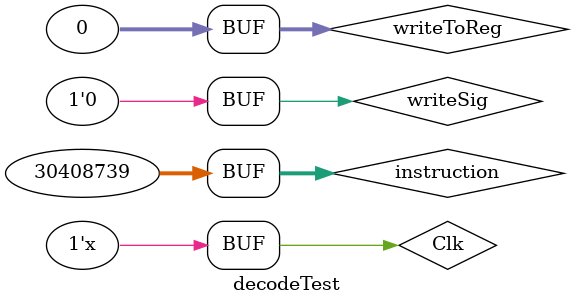
<source format=v>
`timescale 1ns / 1ps


module decodeTest;

	// Inputs
	reg [31:0] instruction;
	reg [31:0] writeToReg;
	reg Clk;
	reg writeSig;

	// Outputs
	wire [31:0] signExtend;
	wire [31:0] register1;
	wire [31:0] register2;
	wire [11:0] controlUnitSig;
	wire [4:0] rd;
	wire [4:0] rt;
	wire [5:0] funcBits;

	// Instantiate the Unit Under Test (UUT)
	decodeState uut (
		.instruction(instruction), 
		.writeToReg(writeToReg), 
		.Clk(Clk), 
		.writeSig(writeSig), 
		.signExtend(signExtend), 
		.register1(register1), 
		.register2(register2), 
		.controlUnitSig(controlUnitSig), 
		.rd(rd), 
		.rt(rt),  
		.funcBits(funcBits)
	);

	initial begin
		// Initialize Inputs
		instruction = 32'b00000011010101110000000000101100;
		writeToReg  = 0;
		Clk         = 0;
		writeSig    = 0;
		#200;
        
		instruction = 32'b00000011110101010000000000101111;
		writeToReg  = 0;
		writeSig    = 0;
		#200;
		 
		
		instruction = 32'b00000001110100000000000000100011;
		writeToReg  = 0;
		writeSig    = 0;
		#200;		


	end
	
	always #100 Clk = ~Clk;
      
endmodule


</source>
